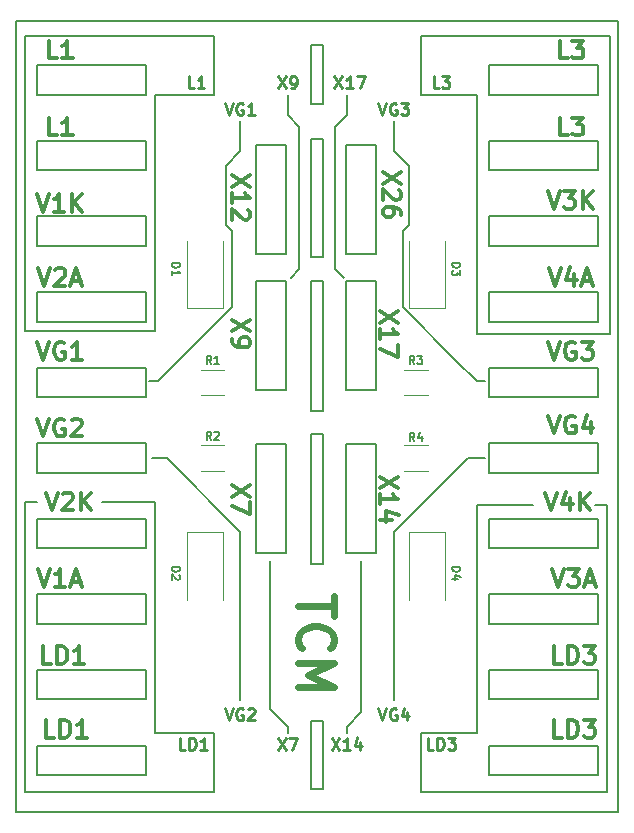
<source format=gbr>
G04 #@! TF.FileFunction,Legend,Top*
%FSLAX46Y46*%
G04 Gerber Fmt 4.6, Leading zero omitted, Abs format (unit mm)*
G04 Created by KiCad (PCBNEW 4.0.7) date 07/04/18 12:00:08*
%MOMM*%
%LPD*%
G01*
G04 APERTURE LIST*
%ADD10C,0.100000*%
%ADD11C,0.200000*%
%ADD12C,0.175000*%
%ADD13C,0.600000*%
%ADD14C,0.300000*%
%ADD15C,0.250000*%
%ADD16C,0.150000*%
%ADD17C,0.120000*%
G04 APERTURE END LIST*
D10*
D11*
X154250000Y-96000000D02*
X155750000Y-96000000D01*
X148000000Y-102250000D02*
X154250000Y-96000000D01*
X148000000Y-116500000D02*
X148000000Y-102250000D01*
X128750000Y-96000000D02*
X127500000Y-96000000D01*
X135000000Y-102250000D02*
X128750000Y-96000000D01*
X135000000Y-116500000D02*
X135000000Y-102250000D01*
X155000000Y-89500000D02*
X155750000Y-89500000D01*
X153250000Y-87750000D02*
X155000000Y-89500000D01*
X128000000Y-89500000D02*
X127250000Y-89500000D01*
X129750000Y-87750000D02*
X128000000Y-89500000D01*
X148750000Y-83250000D02*
X153250000Y-87750000D01*
X148750000Y-76750000D02*
X148750000Y-83250000D01*
X149250000Y-76250000D02*
X148750000Y-76750000D01*
X149250000Y-71250000D02*
X149250000Y-76250000D01*
X148000000Y-70000000D02*
X149250000Y-71250000D01*
X148000000Y-67500000D02*
X148000000Y-70000000D01*
X134250000Y-83250000D02*
X129750000Y-87750000D01*
X134250000Y-76750000D02*
X134250000Y-83250000D01*
X133750000Y-76250000D02*
X134250000Y-76750000D01*
X133750000Y-71250000D02*
X133750000Y-76250000D01*
X135000000Y-70000000D02*
X133750000Y-71250000D01*
X135000000Y-67500000D02*
X135000000Y-70000000D01*
X143000000Y-80000000D02*
X143750000Y-80750000D01*
X143000000Y-68000000D02*
X143000000Y-80000000D01*
X144000000Y-67000000D02*
X143000000Y-68000000D01*
X144000000Y-65250000D02*
X144000000Y-67000000D01*
X140000000Y-80000000D02*
X139250000Y-80750000D01*
X140000000Y-68000000D02*
X140000000Y-80000000D01*
X139000000Y-67000000D02*
X140000000Y-68000000D01*
X139000000Y-65250000D02*
X139000000Y-67000000D01*
X139000000Y-118750000D02*
X139000000Y-119250000D01*
X137500000Y-117250000D02*
X139000000Y-118750000D01*
X137500000Y-104750000D02*
X137500000Y-117250000D01*
X144000000Y-118750000D02*
X144000000Y-119250000D01*
X145250000Y-117500000D02*
X144000000Y-118750000D01*
X145250000Y-104750000D02*
X145250000Y-117500000D01*
X150250000Y-124250000D02*
X150250000Y-119250000D01*
X166000000Y-124250000D02*
X150250000Y-124250000D01*
X166000000Y-100000000D02*
X166000000Y-124250000D01*
X165000000Y-100000000D02*
X166000000Y-100000000D01*
X155000000Y-100000000D02*
X159750000Y-100000000D01*
X155000000Y-119250000D02*
X155000000Y-100000000D01*
X150250000Y-119250000D02*
X155000000Y-119250000D01*
X116750000Y-99750000D02*
X117750000Y-99750000D01*
X116750000Y-124250000D02*
X116750000Y-99750000D01*
X132750000Y-124250000D02*
X116750000Y-124250000D01*
X132750000Y-119250000D02*
X132750000Y-124250000D01*
X127750000Y-119250000D02*
X132750000Y-119250000D01*
X127750000Y-99750000D02*
X127750000Y-119250000D01*
X123250000Y-99750000D02*
X127750000Y-99750000D01*
X150250000Y-65250000D02*
X150250000Y-60250000D01*
X155000000Y-65250000D02*
X150250000Y-65250000D01*
X155000000Y-85500000D02*
X155000000Y-65250000D01*
X166250000Y-85500000D02*
X155000000Y-85500000D01*
X166250000Y-60250000D02*
X166250000Y-85500000D01*
X150250000Y-60250000D02*
X166250000Y-60250000D01*
X116750000Y-85250000D02*
X116750000Y-60250000D01*
X127750000Y-85250000D02*
X116750000Y-85250000D01*
X127750000Y-65250000D02*
X127750000Y-85250000D01*
X132750000Y-65250000D02*
X127750000Y-65250000D01*
X132750000Y-60250000D02*
X132750000Y-65250000D01*
X116750000Y-60250000D02*
X132750000Y-60250000D01*
D12*
X152933333Y-105233334D02*
X153633333Y-105233334D01*
X153633333Y-105400000D01*
X153600000Y-105500000D01*
X153533333Y-105566667D01*
X153466667Y-105600000D01*
X153333333Y-105633334D01*
X153233333Y-105633334D01*
X153100000Y-105600000D01*
X153033333Y-105566667D01*
X152966667Y-105500000D01*
X152933333Y-105400000D01*
X152933333Y-105233334D01*
X153400000Y-106233334D02*
X152933333Y-106233334D01*
X153666667Y-106066667D02*
X153166667Y-105900000D01*
X153166667Y-106333334D01*
X129183333Y-105233334D02*
X129883333Y-105233334D01*
X129883333Y-105400000D01*
X129850000Y-105500000D01*
X129783333Y-105566667D01*
X129716667Y-105600000D01*
X129583333Y-105633334D01*
X129483333Y-105633334D01*
X129350000Y-105600000D01*
X129283333Y-105566667D01*
X129216667Y-105500000D01*
X129183333Y-105400000D01*
X129183333Y-105233334D01*
X129816667Y-105900000D02*
X129850000Y-105933334D01*
X129883333Y-106000000D01*
X129883333Y-106166667D01*
X129850000Y-106233334D01*
X129816667Y-106266667D01*
X129750000Y-106300000D01*
X129683333Y-106300000D01*
X129583333Y-106266667D01*
X129183333Y-105866667D01*
X129183333Y-106300000D01*
X152933333Y-79483334D02*
X153633333Y-79483334D01*
X153633333Y-79650000D01*
X153600000Y-79750000D01*
X153533333Y-79816667D01*
X153466667Y-79850000D01*
X153333333Y-79883334D01*
X153233333Y-79883334D01*
X153100000Y-79850000D01*
X153033333Y-79816667D01*
X152966667Y-79750000D01*
X152933333Y-79650000D01*
X152933333Y-79483334D01*
X153633333Y-80116667D02*
X153633333Y-80550000D01*
X153366667Y-80316667D01*
X153366667Y-80416667D01*
X153333333Y-80483334D01*
X153300000Y-80516667D01*
X153233333Y-80550000D01*
X153066667Y-80550000D01*
X153000000Y-80516667D01*
X152966667Y-80483334D01*
X152933333Y-80416667D01*
X152933333Y-80216667D01*
X152966667Y-80150000D01*
X153000000Y-80116667D01*
X129183333Y-79483334D02*
X129883333Y-79483334D01*
X129883333Y-79650000D01*
X129850000Y-79750000D01*
X129783333Y-79816667D01*
X129716667Y-79850000D01*
X129583333Y-79883334D01*
X129483333Y-79883334D01*
X129350000Y-79850000D01*
X129283333Y-79816667D01*
X129216667Y-79750000D01*
X129183333Y-79650000D01*
X129183333Y-79483334D01*
X129183333Y-80550000D02*
X129183333Y-80150000D01*
X129183333Y-80350000D02*
X129883333Y-80350000D01*
X129783333Y-80283334D01*
X129716667Y-80216667D01*
X129683333Y-80150000D01*
D13*
X142892857Y-107678572D02*
X142892857Y-109392858D01*
X139892857Y-108535715D02*
X142892857Y-108535715D01*
X140178571Y-112107143D02*
X140035714Y-111964286D01*
X139892857Y-111535715D01*
X139892857Y-111250001D01*
X140035714Y-110821429D01*
X140321429Y-110535715D01*
X140607143Y-110392858D01*
X141178571Y-110250001D01*
X141607143Y-110250001D01*
X142178571Y-110392858D01*
X142464286Y-110535715D01*
X142750000Y-110821429D01*
X142892857Y-111250001D01*
X142892857Y-111535715D01*
X142750000Y-111964286D01*
X142607143Y-112107143D01*
X139892857Y-113392858D02*
X142892857Y-113392858D01*
X140750000Y-114392858D01*
X142892857Y-115392858D01*
X139892857Y-115392858D01*
D14*
X162750001Y-68678571D02*
X162035715Y-68678571D01*
X162035715Y-67178571D01*
X163107144Y-67178571D02*
X164035715Y-67178571D01*
X163535715Y-67750000D01*
X163750001Y-67750000D01*
X163892858Y-67821429D01*
X163964287Y-67892857D01*
X164035715Y-68035714D01*
X164035715Y-68392857D01*
X163964287Y-68535714D01*
X163892858Y-68607143D01*
X163750001Y-68678571D01*
X163321429Y-68678571D01*
X163178572Y-68607143D01*
X163107144Y-68535714D01*
X162750001Y-62178571D02*
X162035715Y-62178571D01*
X162035715Y-60678571D01*
X163107144Y-60678571D02*
X164035715Y-60678571D01*
X163535715Y-61250000D01*
X163750001Y-61250000D01*
X163892858Y-61321429D01*
X163964287Y-61392857D01*
X164035715Y-61535714D01*
X164035715Y-61892857D01*
X163964287Y-62035714D01*
X163892858Y-62107143D01*
X163750001Y-62178571D01*
X163321429Y-62178571D01*
X163178572Y-62107143D01*
X163107144Y-62035714D01*
X119500001Y-62178571D02*
X118785715Y-62178571D01*
X118785715Y-60678571D01*
X120785715Y-62178571D02*
X119928572Y-62178571D01*
X120357144Y-62178571D02*
X120357144Y-60678571D01*
X120214287Y-60892857D01*
X120071429Y-61035714D01*
X119928572Y-61107143D01*
X119500001Y-68678571D02*
X118785715Y-68678571D01*
X118785715Y-67178571D01*
X120785715Y-68678571D02*
X119928572Y-68678571D01*
X120357144Y-68678571D02*
X120357144Y-67178571D01*
X120214287Y-67392857D01*
X120071429Y-67535714D01*
X119928572Y-67607143D01*
X117892858Y-79928571D02*
X118392858Y-81428571D01*
X118892858Y-79928571D01*
X119321429Y-80071429D02*
X119392858Y-80000000D01*
X119535715Y-79928571D01*
X119892858Y-79928571D01*
X120035715Y-80000000D01*
X120107144Y-80071429D01*
X120178572Y-80214286D01*
X120178572Y-80357143D01*
X120107144Y-80571429D01*
X119250001Y-81428571D01*
X120178572Y-81428571D01*
X120750000Y-81000000D02*
X121464286Y-81000000D01*
X120607143Y-81428571D02*
X121107143Y-79928571D01*
X121607143Y-81428571D01*
X117785715Y-73678571D02*
X118285715Y-75178571D01*
X118785715Y-73678571D01*
X120071429Y-75178571D02*
X119214286Y-75178571D01*
X119642858Y-75178571D02*
X119642858Y-73678571D01*
X119500001Y-73892857D01*
X119357143Y-74035714D01*
X119214286Y-74107143D01*
X120714286Y-75178571D02*
X120714286Y-73678571D01*
X121571429Y-75178571D02*
X120928572Y-74321429D01*
X121571429Y-73678571D02*
X120714286Y-74535714D01*
X161035715Y-73428571D02*
X161535715Y-74928571D01*
X162035715Y-73428571D01*
X162392858Y-73428571D02*
X163321429Y-73428571D01*
X162821429Y-74000000D01*
X163035715Y-74000000D01*
X163178572Y-74071429D01*
X163250001Y-74142857D01*
X163321429Y-74285714D01*
X163321429Y-74642857D01*
X163250001Y-74785714D01*
X163178572Y-74857143D01*
X163035715Y-74928571D01*
X162607143Y-74928571D01*
X162464286Y-74857143D01*
X162392858Y-74785714D01*
X163964286Y-74928571D02*
X163964286Y-73428571D01*
X164821429Y-74928571D02*
X164178572Y-74071429D01*
X164821429Y-73428571D02*
X163964286Y-74285714D01*
X161142858Y-79928571D02*
X161642858Y-81428571D01*
X162142858Y-79928571D01*
X163285715Y-80428571D02*
X163285715Y-81428571D01*
X162928572Y-79857143D02*
X162571429Y-80928571D01*
X163500001Y-80928571D01*
X164000000Y-81000000D02*
X164714286Y-81000000D01*
X163857143Y-81428571D02*
X164357143Y-79928571D01*
X164857143Y-81428571D01*
X160785715Y-98928571D02*
X161285715Y-100428571D01*
X161785715Y-98928571D01*
X162928572Y-99428571D02*
X162928572Y-100428571D01*
X162571429Y-98857143D02*
X162214286Y-99928571D01*
X163142858Y-99928571D01*
X163714286Y-100428571D02*
X163714286Y-98928571D01*
X164571429Y-100428571D02*
X163928572Y-99571429D01*
X164571429Y-98928571D02*
X163714286Y-99785714D01*
X161392858Y-105428571D02*
X161892858Y-106928571D01*
X162392858Y-105428571D01*
X162750001Y-105428571D02*
X163678572Y-105428571D01*
X163178572Y-106000000D01*
X163392858Y-106000000D01*
X163535715Y-106071429D01*
X163607144Y-106142857D01*
X163678572Y-106285714D01*
X163678572Y-106642857D01*
X163607144Y-106785714D01*
X163535715Y-106857143D01*
X163392858Y-106928571D01*
X162964286Y-106928571D01*
X162821429Y-106857143D01*
X162750001Y-106785714D01*
X164250000Y-106500000D02*
X164964286Y-106500000D01*
X164107143Y-106928571D02*
X164607143Y-105428571D01*
X165107143Y-106928571D01*
X118535715Y-98928571D02*
X119035715Y-100428571D01*
X119535715Y-98928571D01*
X119964286Y-99071429D02*
X120035715Y-99000000D01*
X120178572Y-98928571D01*
X120535715Y-98928571D01*
X120678572Y-99000000D01*
X120750001Y-99071429D01*
X120821429Y-99214286D01*
X120821429Y-99357143D01*
X120750001Y-99571429D01*
X119892858Y-100428571D01*
X120821429Y-100428571D01*
X121464286Y-100428571D02*
X121464286Y-98928571D01*
X122321429Y-100428571D02*
X121678572Y-99571429D01*
X122321429Y-98928571D02*
X121464286Y-99785714D01*
X117892858Y-105428571D02*
X118392858Y-106928571D01*
X118892858Y-105428571D01*
X120178572Y-106928571D02*
X119321429Y-106928571D01*
X119750001Y-106928571D02*
X119750001Y-105428571D01*
X119607144Y-105642857D01*
X119464286Y-105785714D01*
X119321429Y-105857143D01*
X120750000Y-106500000D02*
X121464286Y-106500000D01*
X120607143Y-106928571D02*
X121107143Y-105428571D01*
X121607143Y-106928571D01*
X162250001Y-119678571D02*
X161535715Y-119678571D01*
X161535715Y-118178571D01*
X162750001Y-119678571D02*
X162750001Y-118178571D01*
X163107144Y-118178571D01*
X163321429Y-118250000D01*
X163464287Y-118392857D01*
X163535715Y-118535714D01*
X163607144Y-118821429D01*
X163607144Y-119035714D01*
X163535715Y-119321429D01*
X163464287Y-119464286D01*
X163321429Y-119607143D01*
X163107144Y-119678571D01*
X162750001Y-119678571D01*
X164107144Y-118178571D02*
X165035715Y-118178571D01*
X164535715Y-118750000D01*
X164750001Y-118750000D01*
X164892858Y-118821429D01*
X164964287Y-118892857D01*
X165035715Y-119035714D01*
X165035715Y-119392857D01*
X164964287Y-119535714D01*
X164892858Y-119607143D01*
X164750001Y-119678571D01*
X164321429Y-119678571D01*
X164178572Y-119607143D01*
X164107144Y-119535714D01*
X162250001Y-113428571D02*
X161535715Y-113428571D01*
X161535715Y-111928571D01*
X162750001Y-113428571D02*
X162750001Y-111928571D01*
X163107144Y-111928571D01*
X163321429Y-112000000D01*
X163464287Y-112142857D01*
X163535715Y-112285714D01*
X163607144Y-112571429D01*
X163607144Y-112785714D01*
X163535715Y-113071429D01*
X163464287Y-113214286D01*
X163321429Y-113357143D01*
X163107144Y-113428571D01*
X162750001Y-113428571D01*
X164107144Y-111928571D02*
X165035715Y-111928571D01*
X164535715Y-112500000D01*
X164750001Y-112500000D01*
X164892858Y-112571429D01*
X164964287Y-112642857D01*
X165035715Y-112785714D01*
X165035715Y-113142857D01*
X164964287Y-113285714D01*
X164892858Y-113357143D01*
X164750001Y-113428571D01*
X164321429Y-113428571D01*
X164178572Y-113357143D01*
X164107144Y-113285714D01*
X119000001Y-113428571D02*
X118285715Y-113428571D01*
X118285715Y-111928571D01*
X119500001Y-113428571D02*
X119500001Y-111928571D01*
X119857144Y-111928571D01*
X120071429Y-112000000D01*
X120214287Y-112142857D01*
X120285715Y-112285714D01*
X120357144Y-112571429D01*
X120357144Y-112785714D01*
X120285715Y-113071429D01*
X120214287Y-113214286D01*
X120071429Y-113357143D01*
X119857144Y-113428571D01*
X119500001Y-113428571D01*
X121785715Y-113428571D02*
X120928572Y-113428571D01*
X121357144Y-113428571D02*
X121357144Y-111928571D01*
X121214287Y-112142857D01*
X121071429Y-112285714D01*
X120928572Y-112357143D01*
X119250001Y-119678571D02*
X118535715Y-119678571D01*
X118535715Y-118178571D01*
X119750001Y-119678571D02*
X119750001Y-118178571D01*
X120107144Y-118178571D01*
X120321429Y-118250000D01*
X120464287Y-118392857D01*
X120535715Y-118535714D01*
X120607144Y-118821429D01*
X120607144Y-119035714D01*
X120535715Y-119321429D01*
X120464287Y-119464286D01*
X120321429Y-119607143D01*
X120107144Y-119678571D01*
X119750001Y-119678571D01*
X122035715Y-119678571D02*
X121178572Y-119678571D01*
X121607144Y-119678571D02*
X121607144Y-118178571D01*
X121464287Y-118392857D01*
X121321429Y-118535714D01*
X121178572Y-118607143D01*
D15*
X151833334Y-64702381D02*
X151357143Y-64702381D01*
X151357143Y-63702381D01*
X152071429Y-63702381D02*
X152690477Y-63702381D01*
X152357143Y-64083333D01*
X152500001Y-64083333D01*
X152595239Y-64130952D01*
X152642858Y-64178571D01*
X152690477Y-64273810D01*
X152690477Y-64511905D01*
X152642858Y-64607143D01*
X152595239Y-64654762D01*
X152500001Y-64702381D01*
X152214286Y-64702381D01*
X152119048Y-64654762D01*
X152071429Y-64607143D01*
X146690476Y-65952381D02*
X147023809Y-66952381D01*
X147357143Y-65952381D01*
X148214286Y-66000000D02*
X148119048Y-65952381D01*
X147976191Y-65952381D01*
X147833333Y-66000000D01*
X147738095Y-66095238D01*
X147690476Y-66190476D01*
X147642857Y-66380952D01*
X147642857Y-66523810D01*
X147690476Y-66714286D01*
X147738095Y-66809524D01*
X147833333Y-66904762D01*
X147976191Y-66952381D01*
X148071429Y-66952381D01*
X148214286Y-66904762D01*
X148261905Y-66857143D01*
X148261905Y-66523810D01*
X148071429Y-66523810D01*
X148595238Y-65952381D02*
X149214286Y-65952381D01*
X148880952Y-66333333D01*
X149023810Y-66333333D01*
X149119048Y-66380952D01*
X149166667Y-66428571D01*
X149214286Y-66523810D01*
X149214286Y-66761905D01*
X149166667Y-66857143D01*
X149119048Y-66904762D01*
X149023810Y-66952381D01*
X148738095Y-66952381D01*
X148642857Y-66904762D01*
X148595238Y-66857143D01*
X142964286Y-63702381D02*
X143630953Y-64702381D01*
X143630953Y-63702381D02*
X142964286Y-64702381D01*
X144535715Y-64702381D02*
X143964286Y-64702381D01*
X144250000Y-64702381D02*
X144250000Y-63702381D01*
X144154762Y-63845238D01*
X144059524Y-63940476D01*
X143964286Y-63988095D01*
X144869048Y-63702381D02*
X145535715Y-63702381D01*
X145107143Y-64702381D01*
X138190476Y-63702381D02*
X138857143Y-64702381D01*
X138857143Y-63702381D02*
X138190476Y-64702381D01*
X139285714Y-64702381D02*
X139476190Y-64702381D01*
X139571429Y-64654762D01*
X139619048Y-64607143D01*
X139714286Y-64464286D01*
X139761905Y-64273810D01*
X139761905Y-63892857D01*
X139714286Y-63797619D01*
X139666667Y-63750000D01*
X139571429Y-63702381D01*
X139380952Y-63702381D01*
X139285714Y-63750000D01*
X139238095Y-63797619D01*
X139190476Y-63892857D01*
X139190476Y-64130952D01*
X139238095Y-64226190D01*
X139285714Y-64273810D01*
X139380952Y-64321429D01*
X139571429Y-64321429D01*
X139666667Y-64273810D01*
X139714286Y-64226190D01*
X139761905Y-64130952D01*
X133690476Y-65952381D02*
X134023809Y-66952381D01*
X134357143Y-65952381D01*
X135214286Y-66000000D02*
X135119048Y-65952381D01*
X134976191Y-65952381D01*
X134833333Y-66000000D01*
X134738095Y-66095238D01*
X134690476Y-66190476D01*
X134642857Y-66380952D01*
X134642857Y-66523810D01*
X134690476Y-66714286D01*
X134738095Y-66809524D01*
X134833333Y-66904762D01*
X134976191Y-66952381D01*
X135071429Y-66952381D01*
X135214286Y-66904762D01*
X135261905Y-66857143D01*
X135261905Y-66523810D01*
X135071429Y-66523810D01*
X136214286Y-66952381D02*
X135642857Y-66952381D01*
X135928571Y-66952381D02*
X135928571Y-65952381D01*
X135833333Y-66095238D01*
X135738095Y-66190476D01*
X135642857Y-66238095D01*
X131083334Y-64702381D02*
X130607143Y-64702381D01*
X130607143Y-63702381D01*
X131940477Y-64702381D02*
X131369048Y-64702381D01*
X131654762Y-64702381D02*
X131654762Y-63702381D01*
X131559524Y-63845238D01*
X131464286Y-63940476D01*
X131369048Y-63988095D01*
X151333334Y-120702381D02*
X150857143Y-120702381D01*
X150857143Y-119702381D01*
X151666667Y-120702381D02*
X151666667Y-119702381D01*
X151904762Y-119702381D01*
X152047620Y-119750000D01*
X152142858Y-119845238D01*
X152190477Y-119940476D01*
X152238096Y-120130952D01*
X152238096Y-120273810D01*
X152190477Y-120464286D01*
X152142858Y-120559524D01*
X152047620Y-120654762D01*
X151904762Y-120702381D01*
X151666667Y-120702381D01*
X152571429Y-119702381D02*
X153190477Y-119702381D01*
X152857143Y-120083333D01*
X153000001Y-120083333D01*
X153095239Y-120130952D01*
X153142858Y-120178571D01*
X153190477Y-120273810D01*
X153190477Y-120511905D01*
X153142858Y-120607143D01*
X153095239Y-120654762D01*
X153000001Y-120702381D01*
X152714286Y-120702381D01*
X152619048Y-120654762D01*
X152571429Y-120607143D01*
X146690476Y-117202381D02*
X147023809Y-118202381D01*
X147357143Y-117202381D01*
X148214286Y-117250000D02*
X148119048Y-117202381D01*
X147976191Y-117202381D01*
X147833333Y-117250000D01*
X147738095Y-117345238D01*
X147690476Y-117440476D01*
X147642857Y-117630952D01*
X147642857Y-117773810D01*
X147690476Y-117964286D01*
X147738095Y-118059524D01*
X147833333Y-118154762D01*
X147976191Y-118202381D01*
X148071429Y-118202381D01*
X148214286Y-118154762D01*
X148261905Y-118107143D01*
X148261905Y-117773810D01*
X148071429Y-117773810D01*
X149119048Y-117535714D02*
X149119048Y-118202381D01*
X148880952Y-117154762D02*
X148642857Y-117869048D01*
X149261905Y-117869048D01*
X142714286Y-119702381D02*
X143380953Y-120702381D01*
X143380953Y-119702381D02*
X142714286Y-120702381D01*
X144285715Y-120702381D02*
X143714286Y-120702381D01*
X144000000Y-120702381D02*
X144000000Y-119702381D01*
X143904762Y-119845238D01*
X143809524Y-119940476D01*
X143714286Y-119988095D01*
X145142858Y-120035714D02*
X145142858Y-120702381D01*
X144904762Y-119654762D02*
X144666667Y-120369048D01*
X145285715Y-120369048D01*
X138190476Y-119702381D02*
X138857143Y-120702381D01*
X138857143Y-119702381D02*
X138190476Y-120702381D01*
X139142857Y-119702381D02*
X139809524Y-119702381D01*
X139380952Y-120702381D01*
X133690476Y-117202381D02*
X134023809Y-118202381D01*
X134357143Y-117202381D01*
X135214286Y-117250000D02*
X135119048Y-117202381D01*
X134976191Y-117202381D01*
X134833333Y-117250000D01*
X134738095Y-117345238D01*
X134690476Y-117440476D01*
X134642857Y-117630952D01*
X134642857Y-117773810D01*
X134690476Y-117964286D01*
X134738095Y-118059524D01*
X134833333Y-118154762D01*
X134976191Y-118202381D01*
X135071429Y-118202381D01*
X135214286Y-118154762D01*
X135261905Y-118107143D01*
X135261905Y-117773810D01*
X135071429Y-117773810D01*
X135642857Y-117297619D02*
X135690476Y-117250000D01*
X135785714Y-117202381D01*
X136023810Y-117202381D01*
X136119048Y-117250000D01*
X136166667Y-117297619D01*
X136214286Y-117392857D01*
X136214286Y-117488095D01*
X136166667Y-117630952D01*
X135595238Y-118202381D01*
X136214286Y-118202381D01*
X130333334Y-120702381D02*
X129857143Y-120702381D01*
X129857143Y-119702381D01*
X130666667Y-120702381D02*
X130666667Y-119702381D01*
X130904762Y-119702381D01*
X131047620Y-119750000D01*
X131142858Y-119845238D01*
X131190477Y-119940476D01*
X131238096Y-120130952D01*
X131238096Y-120273810D01*
X131190477Y-120464286D01*
X131142858Y-120559524D01*
X131047620Y-120654762D01*
X130904762Y-120702381D01*
X130666667Y-120702381D01*
X132190477Y-120702381D02*
X131619048Y-120702381D01*
X131904762Y-120702381D02*
X131904762Y-119702381D01*
X131809524Y-119845238D01*
X131714286Y-119940476D01*
X131619048Y-119988095D01*
D16*
X141000000Y-124000000D02*
X141000000Y-118250000D01*
X142000000Y-124000000D02*
X141000000Y-124000000D01*
X142000000Y-118250000D02*
X142000000Y-124000000D01*
X141000000Y-118250000D02*
X142000000Y-118250000D01*
X141000000Y-105000000D02*
X141000000Y-94000000D01*
X142000000Y-105000000D02*
X141000000Y-105000000D01*
X142000000Y-94000000D02*
X142000000Y-105000000D01*
X141000000Y-94000000D02*
X142000000Y-94000000D01*
X141000000Y-92000000D02*
X141000000Y-81000000D01*
X142000000Y-92000000D02*
X141000000Y-92000000D01*
X142000000Y-81000000D02*
X142000000Y-92000000D01*
X141000000Y-81000000D02*
X142000000Y-81000000D01*
X141000000Y-79000000D02*
X141000000Y-69000000D01*
X142000000Y-79000000D02*
X141000000Y-79000000D01*
X142000000Y-69000000D02*
X142000000Y-79000000D01*
X141000000Y-69000000D02*
X142000000Y-69000000D01*
X142000000Y-61000000D02*
X141000000Y-61000000D01*
X142000000Y-66000000D02*
X142000000Y-61000000D01*
X141000000Y-66000000D02*
X142000000Y-66000000D01*
X141000000Y-61000000D02*
X141000000Y-66000000D01*
D14*
X148321429Y-97571430D02*
X146821429Y-98571430D01*
X148321429Y-98571430D02*
X146821429Y-97571430D01*
X146821429Y-99928572D02*
X146821429Y-99071429D01*
X146821429Y-99500001D02*
X148321429Y-99500001D01*
X148107143Y-99357144D01*
X147964286Y-99214286D01*
X147892857Y-99071429D01*
X147821429Y-101214286D02*
X146821429Y-101214286D01*
X148392857Y-100857143D02*
X147321429Y-100500000D01*
X147321429Y-101428572D01*
X148321429Y-83571430D02*
X146821429Y-84571430D01*
X148321429Y-84571430D02*
X146821429Y-83571430D01*
X146821429Y-85928572D02*
X146821429Y-85071429D01*
X146821429Y-85500001D02*
X148321429Y-85500001D01*
X148107143Y-85357144D01*
X147964286Y-85214286D01*
X147892857Y-85071429D01*
X148321429Y-86428572D02*
X148321429Y-87428572D01*
X146821429Y-86785715D01*
X148571429Y-71821430D02*
X147071429Y-72821430D01*
X148571429Y-72821430D02*
X147071429Y-71821430D01*
X148428571Y-73321429D02*
X148500000Y-73392858D01*
X148571429Y-73535715D01*
X148571429Y-73892858D01*
X148500000Y-74035715D01*
X148428571Y-74107144D01*
X148285714Y-74178572D01*
X148142857Y-74178572D01*
X147928571Y-74107144D01*
X147071429Y-73250001D01*
X147071429Y-74178572D01*
X148571429Y-75464286D02*
X148571429Y-75178572D01*
X148500000Y-75035715D01*
X148428571Y-74964286D01*
X148214286Y-74821429D01*
X147928571Y-74750000D01*
X147357143Y-74750000D01*
X147214286Y-74821429D01*
X147142857Y-74892857D01*
X147071429Y-75035715D01*
X147071429Y-75321429D01*
X147142857Y-75464286D01*
X147214286Y-75535715D01*
X147357143Y-75607143D01*
X147714286Y-75607143D01*
X147857143Y-75535715D01*
X147928571Y-75464286D01*
X148000000Y-75321429D01*
X148000000Y-75035715D01*
X147928571Y-74892857D01*
X147857143Y-74821429D01*
X147714286Y-74750000D01*
X135821429Y-98285715D02*
X134321429Y-99285715D01*
X135821429Y-99285715D02*
X134321429Y-98285715D01*
X135821429Y-99714286D02*
X135821429Y-100714286D01*
X134321429Y-100071429D01*
X135821429Y-84285715D02*
X134321429Y-85285715D01*
X135821429Y-85285715D02*
X134321429Y-84285715D01*
X134321429Y-85928571D02*
X134321429Y-86214286D01*
X134392857Y-86357143D01*
X134464286Y-86428571D01*
X134678571Y-86571429D01*
X134964286Y-86642857D01*
X135535714Y-86642857D01*
X135678571Y-86571429D01*
X135750000Y-86500000D01*
X135821429Y-86357143D01*
X135821429Y-86071429D01*
X135750000Y-85928571D01*
X135678571Y-85857143D01*
X135535714Y-85785714D01*
X135178571Y-85785714D01*
X135035714Y-85857143D01*
X134964286Y-85928571D01*
X134892857Y-86071429D01*
X134892857Y-86357143D01*
X134964286Y-86500000D01*
X135035714Y-86571429D01*
X135178571Y-86642857D01*
X135821429Y-72071430D02*
X134321429Y-73071430D01*
X135821429Y-73071430D02*
X134321429Y-72071430D01*
X134321429Y-74428572D02*
X134321429Y-73571429D01*
X134321429Y-74000001D02*
X135821429Y-74000001D01*
X135607143Y-73857144D01*
X135464286Y-73714286D01*
X135392857Y-73571429D01*
X135678571Y-75000000D02*
X135750000Y-75071429D01*
X135821429Y-75214286D01*
X135821429Y-75571429D01*
X135750000Y-75714286D01*
X135678571Y-75785715D01*
X135535714Y-75857143D01*
X135392857Y-75857143D01*
X135178571Y-75785715D01*
X134321429Y-74928572D01*
X134321429Y-75857143D01*
D16*
X116000000Y-126000000D02*
X116000000Y-59000000D01*
X167000000Y-126000000D02*
X116000000Y-126000000D01*
X167000000Y-59000000D02*
X167000000Y-126000000D01*
X116000000Y-59000000D02*
X167000000Y-59000000D01*
D17*
X130500000Y-77600000D02*
X130500000Y-83300000D01*
X130500000Y-83300000D02*
X133500000Y-83300000D01*
X133500000Y-83300000D02*
X133500000Y-77600000D01*
X133500000Y-108000000D02*
X133500000Y-102300000D01*
X133500000Y-102300000D02*
X130500000Y-102300000D01*
X130500000Y-102300000D02*
X130500000Y-108000000D01*
X149300000Y-77600000D02*
X149300000Y-83300000D01*
X149300000Y-83300000D02*
X152300000Y-83300000D01*
X152300000Y-83300000D02*
X152300000Y-77600000D01*
X152300000Y-108000000D02*
X152300000Y-102300000D01*
X152300000Y-102300000D02*
X149300000Y-102300000D01*
X149300000Y-102300000D02*
X149300000Y-108000000D01*
D16*
X117760000Y-65250000D02*
X117760000Y-62750000D01*
X127010000Y-65250000D02*
X117760000Y-65250000D01*
X127010000Y-62750000D02*
X127010000Y-65250000D01*
X117760000Y-62750000D02*
X127010000Y-62750000D01*
X117760000Y-71650000D02*
X117760000Y-69150000D01*
X127010000Y-71650000D02*
X117760000Y-71650000D01*
X127010000Y-69150000D02*
X127010000Y-71650000D01*
X117760000Y-69150000D02*
X127010000Y-69150000D01*
X156040000Y-65250000D02*
X156040000Y-62750000D01*
X165290000Y-65250000D02*
X156040000Y-65250000D01*
X165290000Y-62750000D02*
X165290000Y-65250000D01*
X156040000Y-62750000D02*
X165290000Y-62750000D01*
X156040000Y-71650000D02*
X156040000Y-69150000D01*
X165290000Y-71650000D02*
X156040000Y-71650000D01*
X165290000Y-69150000D02*
X165290000Y-71650000D01*
X156040000Y-69150000D02*
X165290000Y-69150000D01*
X117760000Y-122850000D02*
X117760000Y-120350000D01*
X127010000Y-122850000D02*
X117760000Y-122850000D01*
X127010000Y-120350000D02*
X127010000Y-122850000D01*
X117760000Y-120350000D02*
X127010000Y-120350000D01*
X117760000Y-116450000D02*
X117760000Y-113950000D01*
X127010000Y-116450000D02*
X117760000Y-116450000D01*
X127010000Y-113950000D02*
X127010000Y-116450000D01*
X117760000Y-113950000D02*
X127010000Y-113950000D01*
X156040000Y-116450000D02*
X156040000Y-113950000D01*
X165290000Y-116450000D02*
X156040000Y-116450000D01*
X165290000Y-113950000D02*
X165290000Y-116450000D01*
X156040000Y-113950000D02*
X165290000Y-113950000D01*
X156040000Y-122850000D02*
X156040000Y-120350000D01*
X165290000Y-122850000D02*
X156040000Y-122850000D01*
X165290000Y-120350000D02*
X165290000Y-122850000D01*
X156040000Y-120350000D02*
X165290000Y-120350000D01*
D17*
X133650000Y-90670000D02*
X131650000Y-90670000D01*
X131650000Y-88530000D02*
X133650000Y-88530000D01*
X133650000Y-97070000D02*
X131650000Y-97070000D01*
X131650000Y-94930000D02*
X133650000Y-94930000D01*
X148850000Y-88530000D02*
X150850000Y-88530000D01*
X150850000Y-90670000D02*
X148850000Y-90670000D01*
X148850000Y-94930000D02*
X150850000Y-94930000D01*
X150850000Y-97070000D02*
X148850000Y-97070000D01*
D16*
X117760000Y-110050000D02*
X117760000Y-107550000D01*
X127010000Y-110050000D02*
X117760000Y-110050000D01*
X127010000Y-107550000D02*
X127010000Y-110050000D01*
X117760000Y-107550000D02*
X127010000Y-107550000D01*
X117760000Y-78050000D02*
X117760000Y-75550000D01*
X127010000Y-78050000D02*
X117760000Y-78050000D01*
X127010000Y-75550000D02*
X127010000Y-78050000D01*
X117760000Y-75550000D02*
X127010000Y-75550000D01*
X117760000Y-84450000D02*
X117760000Y-81950000D01*
X127010000Y-84450000D02*
X117760000Y-84450000D01*
X127010000Y-81950000D02*
X127010000Y-84450000D01*
X117760000Y-81950000D02*
X127010000Y-81950000D01*
X117760000Y-103650000D02*
X117760000Y-101150000D01*
X127010000Y-103650000D02*
X117760000Y-103650000D01*
X127010000Y-101150000D02*
X127010000Y-103650000D01*
X117760000Y-101150000D02*
X127010000Y-101150000D01*
X156040000Y-110050000D02*
X156040000Y-107550000D01*
X165290000Y-110050000D02*
X156040000Y-110050000D01*
X165290000Y-107550000D02*
X165290000Y-110050000D01*
X156040000Y-107550000D02*
X165290000Y-107550000D01*
X156040000Y-78050000D02*
X156040000Y-75550000D01*
X165290000Y-78050000D02*
X156040000Y-78050000D01*
X165290000Y-75550000D02*
X165290000Y-78050000D01*
X156040000Y-75550000D02*
X165290000Y-75550000D01*
X156040000Y-84450000D02*
X156040000Y-81950000D01*
X165290000Y-84450000D02*
X156040000Y-84450000D01*
X165290000Y-81950000D02*
X165290000Y-84450000D01*
X156040000Y-81950000D02*
X165290000Y-81950000D01*
X156040000Y-103650000D02*
X156040000Y-101150000D01*
X165290000Y-103650000D02*
X156040000Y-103650000D01*
X165290000Y-101150000D02*
X165290000Y-103650000D01*
X156040000Y-101150000D02*
X165290000Y-101150000D01*
X117760000Y-90850000D02*
X117760000Y-88350000D01*
X127010000Y-90850000D02*
X117760000Y-90850000D01*
X127010000Y-88350000D02*
X127010000Y-90850000D01*
X117760000Y-88350000D02*
X127010000Y-88350000D01*
X117760000Y-97250000D02*
X117760000Y-94750000D01*
X127010000Y-97250000D02*
X117760000Y-97250000D01*
X127010000Y-94750000D02*
X127010000Y-97250000D01*
X117760000Y-94750000D02*
X127010000Y-94750000D01*
X156040000Y-90850000D02*
X156040000Y-88350000D01*
X165290000Y-90850000D02*
X156040000Y-90850000D01*
X165290000Y-88350000D02*
X165290000Y-90850000D01*
X156040000Y-88350000D02*
X165290000Y-88350000D01*
X156040000Y-97250000D02*
X156040000Y-94750000D01*
X165290000Y-97250000D02*
X156040000Y-97250000D01*
X165290000Y-94750000D02*
X165290000Y-97250000D01*
X156040000Y-94750000D02*
X165290000Y-94750000D01*
X138850000Y-104040000D02*
X136350000Y-104040000D01*
X138850000Y-94790000D02*
X138850000Y-104040000D01*
X136350000Y-94790000D02*
X138850000Y-94790000D01*
X136350000Y-104040000D02*
X136350000Y-94790000D01*
X138850000Y-90240000D02*
X136350000Y-90240000D01*
X138850000Y-80990000D02*
X138850000Y-90240000D01*
X136350000Y-80990000D02*
X138850000Y-80990000D01*
X136350000Y-90240000D02*
X136350000Y-80990000D01*
X138850000Y-78760000D02*
X136350000Y-78760000D01*
X138850000Y-69510000D02*
X138850000Y-78760000D01*
X136350000Y-69510000D02*
X138850000Y-69510000D01*
X136350000Y-78760000D02*
X136350000Y-69510000D01*
X146450000Y-104040000D02*
X143950000Y-104040000D01*
X146450000Y-94790000D02*
X146450000Y-104040000D01*
X143950000Y-94790000D02*
X146450000Y-94790000D01*
X143950000Y-104040000D02*
X143950000Y-94790000D01*
X146450000Y-90240000D02*
X143950000Y-90240000D01*
X146450000Y-80990000D02*
X146450000Y-90240000D01*
X143950000Y-80990000D02*
X146450000Y-80990000D01*
X143950000Y-90240000D02*
X143950000Y-80990000D01*
X146450000Y-78760000D02*
X143950000Y-78760000D01*
X146450000Y-69510000D02*
X146450000Y-78760000D01*
X143950000Y-69510000D02*
X146450000Y-69510000D01*
X143950000Y-78760000D02*
X143950000Y-69510000D01*
X132533334Y-88066667D02*
X132300000Y-87733333D01*
X132133334Y-88066667D02*
X132133334Y-87366667D01*
X132400000Y-87366667D01*
X132466667Y-87400000D01*
X132500000Y-87433333D01*
X132533334Y-87500000D01*
X132533334Y-87600000D01*
X132500000Y-87666667D01*
X132466667Y-87700000D01*
X132400000Y-87733333D01*
X132133334Y-87733333D01*
X133200000Y-88066667D02*
X132800000Y-88066667D01*
X133000000Y-88066667D02*
X133000000Y-87366667D01*
X132933334Y-87466667D01*
X132866667Y-87533333D01*
X132800000Y-87566667D01*
X132533334Y-94466667D02*
X132300000Y-94133333D01*
X132133334Y-94466667D02*
X132133334Y-93766667D01*
X132400000Y-93766667D01*
X132466667Y-93800000D01*
X132500000Y-93833333D01*
X132533334Y-93900000D01*
X132533334Y-94000000D01*
X132500000Y-94066667D01*
X132466667Y-94100000D01*
X132400000Y-94133333D01*
X132133334Y-94133333D01*
X132800000Y-93833333D02*
X132833334Y-93800000D01*
X132900000Y-93766667D01*
X133066667Y-93766667D01*
X133133334Y-93800000D01*
X133166667Y-93833333D01*
X133200000Y-93900000D01*
X133200000Y-93966667D01*
X133166667Y-94066667D01*
X132766667Y-94466667D01*
X133200000Y-94466667D01*
X149733334Y-88066667D02*
X149500000Y-87733333D01*
X149333334Y-88066667D02*
X149333334Y-87366667D01*
X149600000Y-87366667D01*
X149666667Y-87400000D01*
X149700000Y-87433333D01*
X149733334Y-87500000D01*
X149733334Y-87600000D01*
X149700000Y-87666667D01*
X149666667Y-87700000D01*
X149600000Y-87733333D01*
X149333334Y-87733333D01*
X149966667Y-87366667D02*
X150400000Y-87366667D01*
X150166667Y-87633333D01*
X150266667Y-87633333D01*
X150333334Y-87666667D01*
X150366667Y-87700000D01*
X150400000Y-87766667D01*
X150400000Y-87933333D01*
X150366667Y-88000000D01*
X150333334Y-88033333D01*
X150266667Y-88066667D01*
X150066667Y-88066667D01*
X150000000Y-88033333D01*
X149966667Y-88000000D01*
X149733334Y-94566667D02*
X149500000Y-94233333D01*
X149333334Y-94566667D02*
X149333334Y-93866667D01*
X149600000Y-93866667D01*
X149666667Y-93900000D01*
X149700000Y-93933333D01*
X149733334Y-94000000D01*
X149733334Y-94100000D01*
X149700000Y-94166667D01*
X149666667Y-94200000D01*
X149600000Y-94233333D01*
X149333334Y-94233333D01*
X150333334Y-94100000D02*
X150333334Y-94566667D01*
X150166667Y-93833333D02*
X150000000Y-94333333D01*
X150433334Y-94333333D01*
D14*
X117785715Y-86178571D02*
X118285715Y-87678571D01*
X118785715Y-86178571D01*
X120071429Y-86250000D02*
X119928572Y-86178571D01*
X119714286Y-86178571D01*
X119500001Y-86250000D01*
X119357143Y-86392857D01*
X119285715Y-86535714D01*
X119214286Y-86821429D01*
X119214286Y-87035714D01*
X119285715Y-87321429D01*
X119357143Y-87464286D01*
X119500001Y-87607143D01*
X119714286Y-87678571D01*
X119857143Y-87678571D01*
X120071429Y-87607143D01*
X120142858Y-87535714D01*
X120142858Y-87035714D01*
X119857143Y-87035714D01*
X121571429Y-87678571D02*
X120714286Y-87678571D01*
X121142858Y-87678571D02*
X121142858Y-86178571D01*
X121000001Y-86392857D01*
X120857143Y-86535714D01*
X120714286Y-86607143D01*
X117785715Y-92678571D02*
X118285715Y-94178571D01*
X118785715Y-92678571D01*
X120071429Y-92750000D02*
X119928572Y-92678571D01*
X119714286Y-92678571D01*
X119500001Y-92750000D01*
X119357143Y-92892857D01*
X119285715Y-93035714D01*
X119214286Y-93321429D01*
X119214286Y-93535714D01*
X119285715Y-93821429D01*
X119357143Y-93964286D01*
X119500001Y-94107143D01*
X119714286Y-94178571D01*
X119857143Y-94178571D01*
X120071429Y-94107143D01*
X120142858Y-94035714D01*
X120142858Y-93535714D01*
X119857143Y-93535714D01*
X120714286Y-92821429D02*
X120785715Y-92750000D01*
X120928572Y-92678571D01*
X121285715Y-92678571D01*
X121428572Y-92750000D01*
X121500001Y-92821429D01*
X121571429Y-92964286D01*
X121571429Y-93107143D01*
X121500001Y-93321429D01*
X120642858Y-94178571D01*
X121571429Y-94178571D01*
X161035715Y-86178571D02*
X161535715Y-87678571D01*
X162035715Y-86178571D01*
X163321429Y-86250000D02*
X163178572Y-86178571D01*
X162964286Y-86178571D01*
X162750001Y-86250000D01*
X162607143Y-86392857D01*
X162535715Y-86535714D01*
X162464286Y-86821429D01*
X162464286Y-87035714D01*
X162535715Y-87321429D01*
X162607143Y-87464286D01*
X162750001Y-87607143D01*
X162964286Y-87678571D01*
X163107143Y-87678571D01*
X163321429Y-87607143D01*
X163392858Y-87535714D01*
X163392858Y-87035714D01*
X163107143Y-87035714D01*
X163892858Y-86178571D02*
X164821429Y-86178571D01*
X164321429Y-86750000D01*
X164535715Y-86750000D01*
X164678572Y-86821429D01*
X164750001Y-86892857D01*
X164821429Y-87035714D01*
X164821429Y-87392857D01*
X164750001Y-87535714D01*
X164678572Y-87607143D01*
X164535715Y-87678571D01*
X164107143Y-87678571D01*
X163964286Y-87607143D01*
X163892858Y-87535714D01*
X161035715Y-92428571D02*
X161535715Y-93928571D01*
X162035715Y-92428571D01*
X163321429Y-92500000D02*
X163178572Y-92428571D01*
X162964286Y-92428571D01*
X162750001Y-92500000D01*
X162607143Y-92642857D01*
X162535715Y-92785714D01*
X162464286Y-93071429D01*
X162464286Y-93285714D01*
X162535715Y-93571429D01*
X162607143Y-93714286D01*
X162750001Y-93857143D01*
X162964286Y-93928571D01*
X163107143Y-93928571D01*
X163321429Y-93857143D01*
X163392858Y-93785714D01*
X163392858Y-93285714D01*
X163107143Y-93285714D01*
X164678572Y-92928571D02*
X164678572Y-93928571D01*
X164321429Y-92357143D02*
X163964286Y-93428571D01*
X164892858Y-93428571D01*
M02*

</source>
